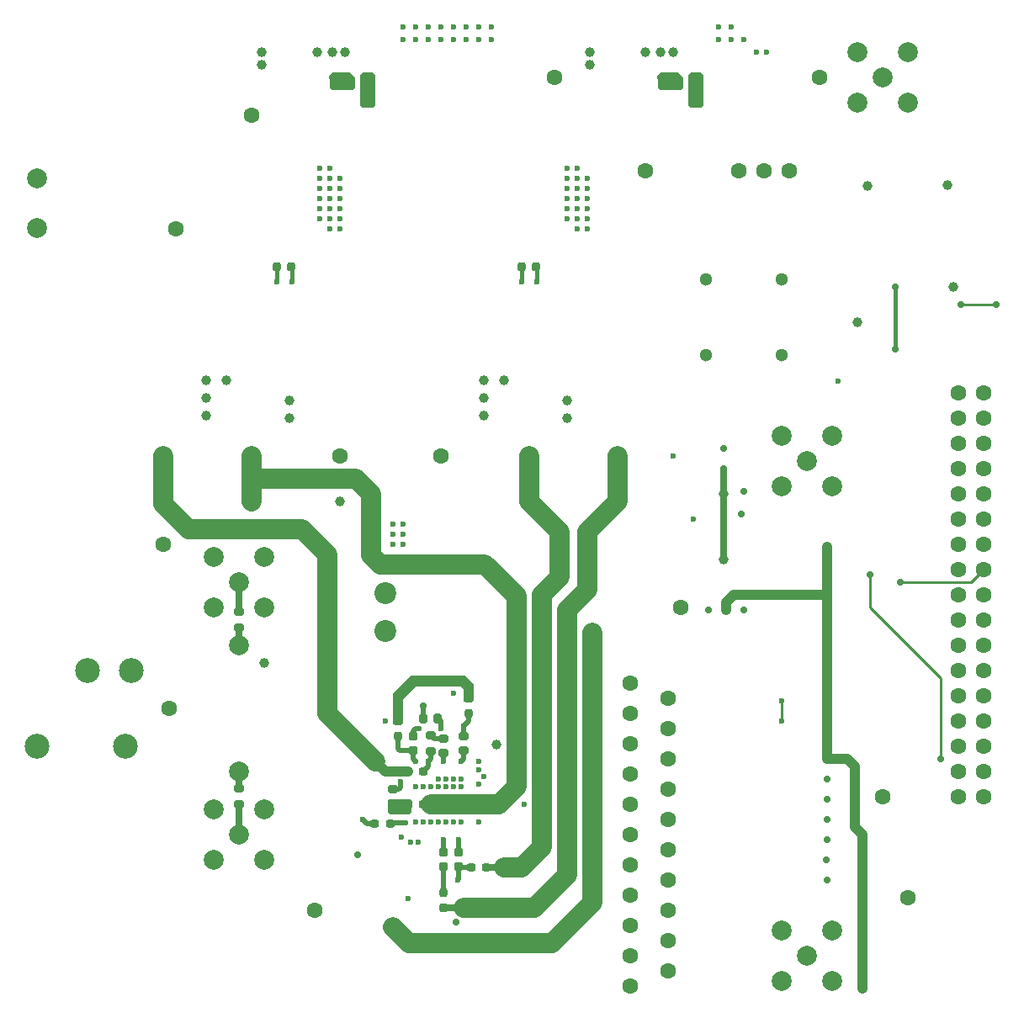
<source format=gbl>
%FSTAX44Y44*%
%MOMM*%
G71*
G01*
G75*
G04 Layer_Physical_Order=4*
G04 Layer_Color=255*
G04:AMPARAMS|DCode=10|XSize=0.8mm|YSize=1mm|CornerRadius=0.2mm|HoleSize=0mm|Usage=FLASHONLY|Rotation=270.000|XOffset=0mm|YOffset=0mm|HoleType=Round|Shape=RoundedRectangle|*
%AMROUNDEDRECTD10*
21,1,0.8000,0.6000,0,0,270.0*
21,1,0.4000,1.0000,0,0,270.0*
1,1,0.4000,-0.3000,-0.2000*
1,1,0.4000,-0.3000,0.2000*
1,1,0.4000,0.3000,0.2000*
1,1,0.4000,0.3000,-0.2000*
%
%ADD10ROUNDEDRECTD10*%
G04:AMPARAMS|DCode=11|XSize=0.8mm|YSize=1mm|CornerRadius=0.2mm|HoleSize=0mm|Usage=FLASHONLY|Rotation=0.000|XOffset=0mm|YOffset=0mm|HoleType=Round|Shape=RoundedRectangle|*
%AMROUNDEDRECTD11*
21,1,0.8000,0.6000,0,0,0.0*
21,1,0.4000,1.0000,0,0,0.0*
1,1,0.4000,0.2000,-0.3000*
1,1,0.4000,-0.2000,-0.3000*
1,1,0.4000,-0.2000,0.3000*
1,1,0.4000,0.2000,0.3000*
%
%ADD11ROUNDEDRECTD11*%
G04:AMPARAMS|DCode=12|XSize=0.9mm|YSize=0.8mm|CornerRadius=0.2mm|HoleSize=0mm|Usage=FLASHONLY|Rotation=90.000|XOffset=0mm|YOffset=0mm|HoleType=Round|Shape=RoundedRectangle|*
%AMROUNDEDRECTD12*
21,1,0.9000,0.4000,0,0,90.0*
21,1,0.5000,0.8000,0,0,90.0*
1,1,0.4000,0.2000,0.2500*
1,1,0.4000,0.2000,-0.2500*
1,1,0.4000,-0.2000,-0.2500*
1,1,0.4000,-0.2000,0.2500*
%
%ADD12ROUNDEDRECTD12*%
G04:AMPARAMS|DCode=13|XSize=0.45mm|YSize=0.8mm|CornerRadius=0.1125mm|HoleSize=0mm|Usage=FLASHONLY|Rotation=180.000|XOffset=0mm|YOffset=0mm|HoleType=Round|Shape=RoundedRectangle|*
%AMROUNDEDRECTD13*
21,1,0.4500,0.5750,0,0,180.0*
21,1,0.2250,0.8000,0,0,180.0*
1,1,0.2250,-0.1125,0.2875*
1,1,0.2250,0.1125,0.2875*
1,1,0.2250,0.1125,-0.2875*
1,1,0.2250,-0.1125,-0.2875*
%
%ADD13ROUNDEDRECTD13*%
G04:AMPARAMS|DCode=14|XSize=1mm|YSize=0.8mm|CornerRadius=0.2mm|HoleSize=0mm|Usage=FLASHONLY|Rotation=180.000|XOffset=0mm|YOffset=0mm|HoleType=Round|Shape=RoundedRectangle|*
%AMROUNDEDRECTD14*
21,1,1.0000,0.4000,0,0,180.0*
21,1,0.6000,0.8000,0,0,180.0*
1,1,0.4000,-0.3000,0.2000*
1,1,0.4000,0.3000,0.2000*
1,1,0.4000,0.3000,-0.2000*
1,1,0.4000,-0.3000,-0.2000*
%
%ADD14ROUNDEDRECTD14*%
G04:AMPARAMS|DCode=15|XSize=1.9mm|YSize=0.4mm|CornerRadius=0.1mm|HoleSize=0mm|Usage=FLASHONLY|Rotation=180.000|XOffset=0mm|YOffset=0mm|HoleType=Round|Shape=RoundedRectangle|*
%AMROUNDEDRECTD15*
21,1,1.9000,0.2000,0,0,180.0*
21,1,1.7000,0.4000,0,0,180.0*
1,1,0.2000,-0.8500,0.1000*
1,1,0.2000,0.8500,0.1000*
1,1,0.2000,0.8500,-0.1000*
1,1,0.2000,-0.8500,-0.1000*
%
%ADD15ROUNDEDRECTD15*%
G04:AMPARAMS|DCode=16|XSize=0.8mm|YSize=0.85mm|CornerRadius=0.2mm|HoleSize=0mm|Usage=FLASHONLY|Rotation=90.000|XOffset=0mm|YOffset=0mm|HoleType=Round|Shape=RoundedRectangle|*
%AMROUNDEDRECTD16*
21,1,0.8000,0.4500,0,0,90.0*
21,1,0.4000,0.8500,0,0,90.0*
1,1,0.4000,0.2250,0.2000*
1,1,0.4000,0.2250,-0.2000*
1,1,0.4000,-0.2250,-0.2000*
1,1,0.4000,-0.2250,0.2000*
%
%ADD16ROUNDEDRECTD16*%
G04:AMPARAMS|DCode=17|XSize=1.6mm|YSize=1.3mm|CornerRadius=0.325mm|HoleSize=0mm|Usage=FLASHONLY|Rotation=0.000|XOffset=0mm|YOffset=0mm|HoleType=Round|Shape=RoundedRectangle|*
%AMROUNDEDRECTD17*
21,1,1.6000,0.6500,0,0,0.0*
21,1,0.9500,1.3000,0,0,0.0*
1,1,0.6500,0.4750,-0.3250*
1,1,0.6500,-0.4750,-0.3250*
1,1,0.6500,-0.4750,0.3250*
1,1,0.6500,0.4750,0.3250*
%
%ADD17ROUNDEDRECTD17*%
G04:AMPARAMS|DCode=18|XSize=2mm|YSize=1.6mm|CornerRadius=0.4mm|HoleSize=0mm|Usage=FLASHONLY|Rotation=90.000|XOffset=0mm|YOffset=0mm|HoleType=Round|Shape=RoundedRectangle|*
%AMROUNDEDRECTD18*
21,1,2.0000,0.8000,0,0,90.0*
21,1,1.2000,1.6000,0,0,90.0*
1,1,0.8000,0.4000,0.6000*
1,1,0.8000,0.4000,-0.6000*
1,1,0.8000,-0.4000,-0.6000*
1,1,0.8000,-0.4000,0.6000*
%
%ADD18ROUNDEDRECTD18*%
G04:AMPARAMS|DCode=19|XSize=2mm|YSize=2.6mm|CornerRadius=0.5mm|HoleSize=0mm|Usage=FLASHONLY|Rotation=90.000|XOffset=0mm|YOffset=0mm|HoleType=Round|Shape=RoundedRectangle|*
%AMROUNDEDRECTD19*
21,1,2.0000,1.6000,0,0,90.0*
21,1,1.0000,2.6000,0,0,90.0*
1,1,1.0000,0.8000,0.5000*
1,1,1.0000,0.8000,-0.5000*
1,1,1.0000,-0.8000,-0.5000*
1,1,1.0000,-0.8000,0.5000*
%
%ADD19ROUNDEDRECTD19*%
G04:AMPARAMS|DCode=20|XSize=1.25mm|YSize=1mm|CornerRadius=0.25mm|HoleSize=0mm|Usage=FLASHONLY|Rotation=180.000|XOffset=0mm|YOffset=0mm|HoleType=Round|Shape=RoundedRectangle|*
%AMROUNDEDRECTD20*
21,1,1.2500,0.5000,0,0,180.0*
21,1,0.7500,1.0000,0,0,180.0*
1,1,0.5000,-0.3750,0.2500*
1,1,0.5000,0.3750,0.2500*
1,1,0.5000,0.3750,-0.2500*
1,1,0.5000,-0.3750,-0.2500*
%
%ADD20ROUNDEDRECTD20*%
G04:AMPARAMS|DCode=21|XSize=1.8mm|YSize=2.8mm|CornerRadius=0.18mm|HoleSize=0mm|Usage=FLASHONLY|Rotation=90.000|XOffset=0mm|YOffset=0mm|HoleType=Round|Shape=RoundedRectangle|*
%AMROUNDEDRECTD21*
21,1,1.8000,2.4400,0,0,90.0*
21,1,1.4400,2.8000,0,0,90.0*
1,1,0.3600,1.2200,0.7200*
1,1,0.3600,1.2200,-0.7200*
1,1,0.3600,-1.2200,-0.7200*
1,1,0.3600,-1.2200,0.7200*
%
%ADD21ROUNDEDRECTD21*%
G04:AMPARAMS|DCode=22|XSize=0.7mm|YSize=1mm|CornerRadius=0.175mm|HoleSize=0mm|Usage=FLASHONLY|Rotation=270.000|XOffset=0mm|YOffset=0mm|HoleType=Round|Shape=RoundedRectangle|*
%AMROUNDEDRECTD22*
21,1,0.7000,0.6500,0,0,270.0*
21,1,0.3500,1.0000,0,0,270.0*
1,1,0.3500,-0.3250,-0.1750*
1,1,0.3500,-0.3250,0.1750*
1,1,0.3500,0.3250,0.1750*
1,1,0.3500,0.3250,-0.1750*
%
%ADD22ROUNDEDRECTD22*%
G04:AMPARAMS|DCode=23|XSize=2mm|YSize=1.6mm|CornerRadius=0.4mm|HoleSize=0mm|Usage=FLASHONLY|Rotation=0.000|XOffset=0mm|YOffset=0mm|HoleType=Round|Shape=RoundedRectangle|*
%AMROUNDEDRECTD23*
21,1,2.0000,0.8000,0,0,0.0*
21,1,1.2000,1.6000,0,0,0.0*
1,1,0.8000,0.6000,-0.4000*
1,1,0.8000,-0.6000,-0.4000*
1,1,0.8000,-0.6000,0.4000*
1,1,0.8000,0.6000,0.4000*
%
%ADD23ROUNDEDRECTD23*%
G04:AMPARAMS|DCode=24|XSize=2mm|YSize=2.6mm|CornerRadius=0.5mm|HoleSize=0mm|Usage=FLASHONLY|Rotation=0.000|XOffset=0mm|YOffset=0mm|HoleType=Round|Shape=RoundedRectangle|*
%AMROUNDEDRECTD24*
21,1,2.0000,1.6000,0,0,0.0*
21,1,1.0000,2.6000,0,0,0.0*
1,1,1.0000,0.5000,-0.8000*
1,1,1.0000,-0.5000,-0.8000*
1,1,1.0000,-0.5000,0.8000*
1,1,1.0000,0.5000,0.8000*
%
%ADD24ROUNDEDRECTD24*%
G04:AMPARAMS|DCode=25|XSize=2.4mm|YSize=3mm|CornerRadius=0.24mm|HoleSize=0mm|Usage=FLASHONLY|Rotation=270.000|XOffset=0mm|YOffset=0mm|HoleType=Round|Shape=RoundedRectangle|*
%AMROUNDEDRECTD25*
21,1,2.4000,2.5200,0,0,270.0*
21,1,1.9200,3.0000,0,0,270.0*
1,1,0.4800,-1.2600,-0.9600*
1,1,0.4800,-1.2600,0.9600*
1,1,0.4800,1.2600,0.9600*
1,1,0.4800,1.2600,-0.9600*
%
%ADD25ROUNDEDRECTD25*%
G04:AMPARAMS|DCode=26|XSize=2.65mm|YSize=1.75mm|CornerRadius=0.4375mm|HoleSize=0mm|Usage=FLASHONLY|Rotation=180.000|XOffset=0mm|YOffset=0mm|HoleType=Round|Shape=RoundedRectangle|*
%AMROUNDEDRECTD26*
21,1,2.6500,0.8750,0,0,180.0*
21,1,1.7750,1.7500,0,0,180.0*
1,1,0.8750,-0.8875,0.4375*
1,1,0.8750,0.8875,0.4375*
1,1,0.8750,0.8875,-0.4375*
1,1,0.8750,-0.8875,-0.4375*
%
%ADD26ROUNDEDRECTD26*%
G04:AMPARAMS|DCode=27|XSize=1.8mm|YSize=2.8mm|CornerRadius=0.18mm|HoleSize=0mm|Usage=FLASHONLY|Rotation=180.000|XOffset=0mm|YOffset=0mm|HoleType=Round|Shape=RoundedRectangle|*
%AMROUNDEDRECTD27*
21,1,1.8000,2.4400,0,0,180.0*
21,1,1.4400,2.8000,0,0,180.0*
1,1,0.3600,-0.7200,1.2200*
1,1,0.3600,0.7200,1.2200*
1,1,0.3600,0.7200,-1.2200*
1,1,0.3600,-0.7200,-1.2200*
%
%ADD27ROUNDEDRECTD27*%
G04:AMPARAMS|DCode=28|XSize=1.25mm|YSize=1mm|CornerRadius=0.25mm|HoleSize=0mm|Usage=FLASHONLY|Rotation=90.000|XOffset=0mm|YOffset=0mm|HoleType=Round|Shape=RoundedRectangle|*
%AMROUNDEDRECTD28*
21,1,1.2500,0.5000,0,0,90.0*
21,1,0.7500,1.0000,0,0,90.0*
1,1,0.5000,0.2500,0.3750*
1,1,0.5000,0.2500,-0.3750*
1,1,0.5000,-0.2500,-0.3750*
1,1,0.5000,-0.2500,0.3750*
%
%ADD28ROUNDEDRECTD28*%
%ADD29O,0.4000X1.9000*%
G04:AMPARAMS|DCode=30|XSize=0.9mm|YSize=0.8mm|CornerRadius=0.2mm|HoleSize=0mm|Usage=FLASHONLY|Rotation=180.000|XOffset=0mm|YOffset=0mm|HoleType=Round|Shape=RoundedRectangle|*
%AMROUNDEDRECTD30*
21,1,0.9000,0.4000,0,0,180.0*
21,1,0.5000,0.8000,0,0,180.0*
1,1,0.4000,-0.2500,0.2000*
1,1,0.4000,0.2500,0.2000*
1,1,0.4000,0.2500,-0.2000*
1,1,0.4000,-0.2500,-0.2000*
%
%ADD30ROUNDEDRECTD30*%
G04:AMPARAMS|DCode=31|XSize=0.7mm|YSize=1mm|CornerRadius=0.175mm|HoleSize=0mm|Usage=FLASHONLY|Rotation=0.000|XOffset=0mm|YOffset=0mm|HoleType=Round|Shape=RoundedRectangle|*
%AMROUNDEDRECTD31*
21,1,0.7000,0.6500,0,0,0.0*
21,1,0.3500,1.0000,0,0,0.0*
1,1,0.3500,0.1750,-0.3250*
1,1,0.3500,-0.1750,-0.3250*
1,1,0.3500,-0.1750,0.3250*
1,1,0.3500,0.1750,0.3250*
%
%ADD31ROUNDEDRECTD31*%
G04:AMPARAMS|DCode=32|XSize=0.8mm|YSize=0.85mm|CornerRadius=0.2mm|HoleSize=0mm|Usage=FLASHONLY|Rotation=180.000|XOffset=0mm|YOffset=0mm|HoleType=Round|Shape=RoundedRectangle|*
%AMROUNDEDRECTD32*
21,1,0.8000,0.4500,0,0,180.0*
21,1,0.4000,0.8500,0,0,180.0*
1,1,0.4000,-0.2000,0.2250*
1,1,0.4000,0.2000,0.2250*
1,1,0.4000,0.2000,-0.2250*
1,1,0.4000,-0.2000,-0.2250*
%
%ADD32ROUNDEDRECTD32*%
G04:AMPARAMS|DCode=33|XSize=0.6mm|YSize=2.2mm|CornerRadius=0.15mm|HoleSize=0mm|Usage=FLASHONLY|Rotation=0.000|XOffset=0mm|YOffset=0mm|HoleType=Round|Shape=RoundedRectangle|*
%AMROUNDEDRECTD33*
21,1,0.6000,1.9000,0,0,0.0*
21,1,0.3000,2.2000,0,0,0.0*
1,1,0.3000,0.1500,-0.9500*
1,1,0.3000,-0.1500,-0.9500*
1,1,0.3000,-0.1500,0.9500*
1,1,0.3000,0.1500,0.9500*
%
%ADD33ROUNDEDRECTD33*%
G04:AMPARAMS|DCode=34|XSize=2.2mm|YSize=2.8mm|CornerRadius=0.33mm|HoleSize=0mm|Usage=FLASHONLY|Rotation=90.000|XOffset=0mm|YOffset=0mm|HoleType=Round|Shape=RoundedRectangle|*
%AMROUNDEDRECTD34*
21,1,2.2000,2.1400,0,0,90.0*
21,1,1.5400,2.8000,0,0,90.0*
1,1,0.6600,1.0700,0.7700*
1,1,0.6600,1.0700,-0.7700*
1,1,0.6600,-1.0700,-0.7700*
1,1,0.6600,-1.0700,0.7700*
%
%ADD34ROUNDEDRECTD34*%
G04:AMPARAMS|DCode=35|XSize=1mm|YSize=0.8mm|CornerRadius=0.2mm|HoleSize=0mm|Usage=FLASHONLY|Rotation=90.000|XOffset=0mm|YOffset=0mm|HoleType=Round|Shape=RoundedRectangle|*
%AMROUNDEDRECTD35*
21,1,1.0000,0.4000,0,0,90.0*
21,1,0.6000,0.8000,0,0,90.0*
1,1,0.4000,0.2000,0.3000*
1,1,0.4000,0.2000,-0.3000*
1,1,0.4000,-0.2000,-0.3000*
1,1,0.4000,-0.2000,0.3000*
%
%ADD35ROUNDEDRECTD35*%
G04:AMPARAMS|DCode=36|XSize=0.5mm|YSize=0.65mm|CornerRadius=0.125mm|HoleSize=0mm|Usage=FLASHONLY|Rotation=180.000|XOffset=0mm|YOffset=0mm|HoleType=Round|Shape=RoundedRectangle|*
%AMROUNDEDRECTD36*
21,1,0.5000,0.4000,0,0,180.0*
21,1,0.2500,0.6500,0,0,180.0*
1,1,0.2500,-0.1250,0.2000*
1,1,0.2500,0.1250,0.2000*
1,1,0.2500,0.1250,-0.2000*
1,1,0.2500,-0.1250,-0.2000*
%
%ADD36ROUNDEDRECTD36*%
G04:AMPARAMS|DCode=37|XSize=0.3mm|YSize=1.9mm|CornerRadius=0.075mm|HoleSize=0mm|Usage=FLASHONLY|Rotation=270.000|XOffset=0mm|YOffset=0mm|HoleType=Round|Shape=RoundedRectangle|*
%AMROUNDEDRECTD37*
21,1,0.3000,1.7500,0,0,270.0*
21,1,0.1500,1.9000,0,0,270.0*
1,1,0.1500,-0.8750,-0.0750*
1,1,0.1500,-0.8750,0.0750*
1,1,0.1500,0.8750,0.0750*
1,1,0.1500,0.8750,-0.0750*
%
%ADD37ROUNDEDRECTD37*%
G04:AMPARAMS|DCode=38|XSize=0.3mm|YSize=1.9mm|CornerRadius=0.075mm|HoleSize=0mm|Usage=FLASHONLY|Rotation=180.000|XOffset=0mm|YOffset=0mm|HoleType=Round|Shape=RoundedRectangle|*
%AMROUNDEDRECTD38*
21,1,0.3000,1.7500,0,0,180.0*
21,1,0.1500,1.9000,0,0,180.0*
1,1,0.1500,-0.0750,0.8750*
1,1,0.1500,0.0750,0.8750*
1,1,0.1500,0.0750,-0.8750*
1,1,0.1500,-0.0750,-0.8750*
%
%ADD38ROUNDEDRECTD38*%
G04:AMPARAMS|DCode=39|XSize=6mm|YSize=6mm|CornerRadius=0.3mm|HoleSize=0mm|Usage=FLASHONLY|Rotation=270.000|XOffset=0mm|YOffset=0mm|HoleType=Round|Shape=RoundedRectangle|*
%AMROUNDEDRECTD39*
21,1,6.0000,5.4000,0,0,270.0*
21,1,5.4000,6.0000,0,0,270.0*
1,1,0.6000,-2.7000,-2.7000*
1,1,0.6000,-2.7000,2.7000*
1,1,0.6000,2.7000,2.7000*
1,1,0.6000,2.7000,-2.7000*
%
%ADD39ROUNDEDRECTD39*%
%ADD40C,0.3000*%
%ADD41C,0.2540*%
%ADD42C,1.0000*%
%ADD43C,0.4000*%
%ADD44C,0.7000*%
%ADD45C,0.5000*%
%ADD46C,0.2500*%
%ADD47C,0.2000*%
%ADD48C,2.0000*%
%ADD49C,1.6000*%
%ADD50C,2.5000*%
%ADD51C,2.0000*%
%ADD52C,1.3000*%
%ADD53C,2.2000*%
%ADD54C,0.6000*%
%ADD55C,1.0000*%
%ADD56C,0.7000*%
%ADD57C,1.0160*%
%ADD58C,2.0160*%
G04:AMPARAMS|DCode=59|XSize=2.524mm|YSize=2.524mm|CornerRadius=0mm|HoleSize=0mm|Usage=FLASHONLY|Rotation=0.000|XOffset=0mm|YOffset=0mm|HoleType=Round|Shape=Relief|Width=0.254mm|Gap=0.254mm|Entries=4|*
%AMTHD59*
7,0,0,2.5240,2.0160,0.2540,45*
%
%ADD59THD59*%
%ADD60C,2.6160*%
%ADD61C,2.2160*%
%ADD62C,2.6160*%
G04:AMPARAMS|DCode=63|XSize=3.124mm|YSize=3.124mm|CornerRadius=0mm|HoleSize=0mm|Usage=FLASHONLY|Rotation=0.000|XOffset=0mm|YOffset=0mm|HoleType=Round|Shape=Relief|Width=0.254mm|Gap=0.254mm|Entries=4|*
%AMTHD63*
7,0,0,3.1240,2.6160,0.2540,45*
%
%ADD63THD63*%
%ADD64C,2.3160*%
G04:AMPARAMS|DCode=65|XSize=2.824mm|YSize=2.824mm|CornerRadius=0mm|HoleSize=0mm|Usage=FLASHONLY|Rotation=0.000|XOffset=0mm|YOffset=0mm|HoleType=Round|Shape=Relief|Width=0.254mm|Gap=0.254mm|Entries=4|*
%AMTHD65*
7,0,0,2.8240,2.3160,0.2540,45*
%
%ADD65THD65*%
%ADD66C,1.8160*%
G04:AMPARAMS|DCode=67|XSize=2.324mm|YSize=2.324mm|CornerRadius=0mm|HoleSize=0mm|Usage=FLASHONLY|Rotation=0.000|XOffset=0mm|YOffset=0mm|HoleType=Round|Shape=Relief|Width=0.254mm|Gap=0.254mm|Entries=4|*
%AMTHD67*
7,0,0,2.3240,1.8160,0.2540,45*
%
%ADD67THD67*%
%ADD68C,6.0960*%
G04:AMPARAMS|DCode=69|XSize=1.824mm|YSize=1.824mm|CornerRadius=0mm|HoleSize=0mm|Usage=FLASHONLY|Rotation=0.000|XOffset=0mm|YOffset=0mm|HoleType=Round|Shape=Relief|Width=0.254mm|Gap=0.254mm|Entries=4|*
%AMTHD69*
7,0,0,1.8240,1.3160,0.2540,45*
%
%ADD69THD69*%
%ADD70C,1.3160*%
G04:AMPARAMS|DCode=71|XSize=2.124mm|YSize=2.124mm|CornerRadius=0mm|HoleSize=0mm|Usage=FLASHONLY|Rotation=0.000|XOffset=0mm|YOffset=0mm|HoleType=Round|Shape=Relief|Width=0.254mm|Gap=0.254mm|Entries=4|*
%AMTHD71*
7,0,0,2.1240,1.6160,0.2540,45*
%
%ADD71THD71*%
%ADD72C,1.6160*%
G36*
X0081656Y0135504D02*
Y0132456D01*
X0081402Y0132202D01*
X0080386D01*
X0080132Y0132456D01*
Y0135504D01*
X0080386Y0135758D01*
X0081402D01*
X0081656Y0135504D01*
D02*
G37*
G36*
X0091562Y0074163D02*
X0091562Y0072512D01*
X0091435Y0072385D01*
X0090673D01*
X0090546Y0072512D01*
Y0073655D01*
X0090292Y0073909D01*
X008572D01*
X008445Y0072639D01*
Y0070226D01*
X0084323Y0070099D01*
X0083561D01*
X0083434Y0070226D01*
X0083434Y0073274D01*
X0085212Y0075052D01*
X0090673Y0075052D01*
X0091562Y0074163D01*
D02*
G37*
G36*
X0085339Y0062479D02*
Y0061336D01*
X0085085Y0061082D01*
X008318D01*
X0082926Y0061336D01*
Y0062479D01*
X0083053Y0062606D01*
X0085212D01*
X0085339Y0062479D01*
D02*
G37*
G36*
X0112644Y013525D02*
Y0134234D01*
X011239Y013398D01*
X0110358D01*
X0110104Y0134234D01*
Y0135504D01*
X0110358Y0135758D01*
X0112136D01*
X0112644Y013525D01*
D02*
G37*
G36*
X0079624D02*
Y0134234D01*
X007937Y013398D01*
X0077338D01*
X0077084Y0134234D01*
Y0135504D01*
X0077338Y0135758D01*
X0079116D01*
X0079624Y013525D01*
D02*
G37*
G36*
X0114676Y0135504D02*
Y0132456D01*
X0114422Y0132202D01*
X0113406D01*
X0113152Y0132456D01*
Y0135504D01*
X0113406Y0135758D01*
X0114422D01*
X0114676Y0135504D01*
D02*
G37*
D10*
X0087244Y0067394D02*
D03*
Y0068994D02*
D03*
X006794Y006366D02*
D03*
Y006206D02*
D03*
Y008144D02*
D03*
Y007984D02*
D03*
D12*
X0071812Y01162D02*
D03*
X0073212D02*
D03*
X0080578Y0134742D02*
D03*
X0079178D02*
D03*
X009645Y01162D02*
D03*
X009785D02*
D03*
X0113598Y0134742D02*
D03*
X0112198D02*
D03*
D14*
X0083434Y006216D02*
D03*
Y006356D02*
D03*
X0088514Y006864D02*
D03*
Y006724D02*
D03*
X0090546Y0068894D02*
D03*
Y0067494D02*
D03*
D16*
X00912952Y0055748D02*
D03*
X00928448D02*
D03*
X00849452Y00654D02*
D03*
X00864948D02*
D03*
X00831848Y0060102D02*
D03*
X00816352D02*
D03*
X00849452Y0062098D02*
D03*
X00864948D02*
D03*
D30*
X0088514Y005581D02*
D03*
Y005721D02*
D03*
X0090038Y005581D02*
D03*
Y005721D02*
D03*
X0085466Y0067494D02*
D03*
Y0068894D02*
D03*
D32*
X0088514Y00532208D02*
D03*
Y00516712D02*
D03*
X0083942Y00689432D02*
D03*
Y00704928D02*
D03*
X0091054Y00712292D02*
D03*
Y00727788D02*
D03*
D35*
X0086544Y0070734D02*
D03*
X0087944D02*
D03*
D41*
X012255Y007048D02*
Y0072512D01*
X0138552Y006667D02*
Y0074798D01*
X013144Y008191D02*
X0138552Y0074798D01*
X013144Y008191D02*
Y0085212D01*
X0140584Y011239D02*
X014414D01*
X01416Y008445D02*
X014287Y008572D01*
X0134488Y008445D02*
X01416D01*
D42*
X0081656Y0066416D02*
X0082672Y00654D01*
X00849452D01*
X0127122Y008318D02*
Y0088006D01*
Y006667D02*
Y008318D01*
X0117724D02*
X0127122D01*
X0116962Y0082418D02*
X0117724Y008318D01*
X0116962Y0081656D02*
Y0082418D01*
X0129154Y006667D02*
X0129916Y0065908D01*
Y0059812D02*
Y0065908D01*
Y0059812D02*
X0130678Y005905D01*
Y0043556D02*
Y005905D01*
X0127122Y006667D02*
X0129154D01*
D43*
X0096429Y0114676D02*
Y0116179D01*
X0097912Y0114676D02*
Y0116138D01*
X0073274Y0114676D02*
Y0116138D01*
X0071791Y0114676D02*
Y0116179D01*
X013398Y0107872D02*
Y0114168D01*
D44*
X0085593Y0074417D02*
X0090419D01*
X0091054Y0073782D01*
Y00727916D02*
Y0073782D01*
X0083942Y0072766D02*
X0085593Y0074417D01*
X0083942Y00704928D02*
Y0072766D01*
X0088514Y00516712D02*
X00905332D01*
X00928448Y0055748D02*
X009461D01*
X0116708Y0086736D02*
Y009588D01*
X006794Y005905D02*
Y006206D01*
Y00654D02*
X006794Y00654D01*
X006794Y006366D02*
Y00654D01*
Y008144D02*
Y008445D01*
Y00781D02*
Y007984D01*
D45*
X0090038Y005581D02*
X00901Y0055748D01*
X00912952D01*
X0090038Y0054506D02*
Y005581D01*
Y005721D02*
Y0058542D01*
X0088514Y005721D02*
Y0058542D01*
X0084196Y0063749D02*
Y0064384D01*
X0084007Y006356D02*
X0084196Y0063749D01*
X0083434Y006356D02*
X0084007D01*
X00831848Y0060102D02*
X00832758Y0060193D01*
X0084704D01*
X0085466Y006667D02*
X008572Y0066416D01*
X00848832Y006216D02*
X00849452Y0062098D01*
X0083434Y006216D02*
X00848832D01*
X0088514Y0066416D02*
X0088514Y0066416D01*
X0088514Y0066416D02*
Y006724D01*
X0090292Y0066416D02*
X0090546Y006667D01*
Y0067494D01*
X0085466Y006667D02*
Y0067494D01*
X0080386Y0060574D02*
X0080858Y0060102D01*
X00816352D01*
X00864948Y00654D02*
X008699Y00658952D01*
Y0066416D01*
X0087244Y006667D01*
Y0067394D01*
X0087944Y0070734D02*
X008826Y0070418D01*
Y0069718D02*
Y0070418D01*
X0086482Y0070796D02*
Y0072004D01*
X008572Y0069718D02*
X0086101D01*
X0085466Y0069464D02*
X008572Y0069718D01*
X0085466Y0068894D02*
Y0069464D01*
X0084134Y0067494D02*
X0085466D01*
X0083942Y0067686D02*
X0084134Y0067494D01*
X0083942Y0067686D02*
Y00689432D01*
X0087598Y006864D02*
X0088514D01*
X0087244Y0068994D02*
X0087598Y006864D01*
X0090546Y0069972D02*
X0091054Y007048D01*
Y00712292D01*
X0090546Y0068894D02*
Y0069972D01*
X0088514Y00532208D02*
Y0054478D01*
X0088514Y0054478D02*
X0088514Y0054478D01*
X0088514Y0054478D02*
Y005581D01*
X0110358Y013525D02*
X0110866Y0134742D01*
X0112198D01*
X0113598Y013328D02*
Y0134742D01*
Y013328D02*
X0114168Y013271D01*
X0080578Y013328D02*
X0081148Y013271D01*
X0080578Y013328D02*
Y0134742D01*
X0077846D02*
X0079178D01*
X0077338Y013525D02*
X0077846Y0134742D01*
D48*
X0092705Y0086228D02*
X009588Y0083053D01*
X0082164Y0086228D02*
X0092705D01*
X0081275Y0087117D02*
X0082164Y0086228D01*
X0081275Y0087117D02*
Y009334D01*
X006286Y0089784D02*
X007429D01*
X006032Y0092324D02*
X006286Y0089784D01*
X006032Y0092324D02*
Y0092578D01*
X007683Y0071242D02*
Y0087244D01*
X007429Y0089784D02*
X007683Y0087244D01*
Y0071242D02*
X0081656Y0066416D01*
X006032Y0092578D02*
Y009715D01*
Y0092578D02*
X006032Y0092578D01*
X0079751Y0094864D02*
X0081275Y009334D01*
X006921Y0094864D02*
X0079751D01*
X006921D02*
Y009715D01*
Y0092578D02*
Y0094864D01*
X009588Y0063876D02*
Y0083053D01*
X0094102Y0062098D02*
X009588Y0063876D01*
X0087244Y0062098D02*
X0094102D01*
X009842Y0067305D02*
Y008318D01*
Y005778D02*
Y0067305D01*
X009715Y0092578D02*
X0100198Y008953D01*
Y0084958D02*
Y008953D01*
X009842Y008318D02*
X0100198Y0084958D01*
X0102992Y008953D02*
X010604Y0092578D01*
X0102992Y0083688D02*
Y008953D01*
X010096Y0081656D02*
X0102992Y0083688D01*
X010096Y0054986D02*
Y0081656D01*
X010604Y009715D02*
X010604Y009715D01*
Y0092578D02*
Y009715D01*
X009715Y0092578D02*
Y009715D01*
Y0092578D02*
X009715Y0092578D01*
X01035Y0052192D02*
Y007937D01*
X0099436Y0048128D02*
X01035Y0052192D01*
X0085056Y0048128D02*
X0099436D01*
X0083434Y004975D02*
X0085056Y0048128D01*
X00976452Y00516712D02*
X010096Y0054986D01*
X00905332Y00516712D02*
X00976452D01*
X0096388Y0055748D02*
X009842Y005778D01*
X009461Y0055748D02*
X0096388D01*
D49*
X014287Y00654D02*
D03*
Y006794D02*
D03*
Y007048D02*
D03*
Y007302D02*
D03*
Y007556D02*
D03*
Y00781D02*
D03*
Y006286D02*
D03*
Y01035D02*
D03*
Y010096D02*
D03*
Y009842D02*
D03*
Y009588D02*
D03*
Y009334D02*
D03*
Y00908D02*
D03*
Y008826D02*
D03*
Y008572D02*
D03*
Y008318D02*
D03*
Y008064D02*
D03*
X014033D02*
D03*
Y008318D02*
D03*
Y008572D02*
D03*
Y008826D02*
D03*
Y00908D02*
D03*
Y009334D02*
D03*
Y009588D02*
D03*
Y009842D02*
D03*
Y010096D02*
D03*
Y01035D02*
D03*
Y006286D02*
D03*
Y00781D02*
D03*
Y007556D02*
D03*
Y007302D02*
D03*
Y007048D02*
D03*
Y006794D02*
D03*
Y00654D02*
D03*
X0108834Y0125852D02*
D03*
X006096Y007175D02*
D03*
X0123312Y0125852D02*
D03*
X0118232D02*
D03*
X0120772D02*
D03*
X012636Y013525D02*
D03*
X009969Y013525D02*
D03*
X006921Y013144D02*
D03*
X006159Y012001D02*
D03*
X009715Y009715D02*
D03*
X010604D02*
D03*
X008826Y009715D02*
D03*
X00781D02*
D03*
X006921D02*
D03*
X006032D02*
D03*
Y008826D02*
D03*
X007556Y005143D02*
D03*
X011239Y008191D02*
D03*
X013271Y006286D02*
D03*
X013525Y00527D02*
D03*
X010731Y004381D02*
D03*
X011112Y0045334D02*
D03*
X010731Y0056002D02*
D03*
Y0049906D02*
D03*
Y0065146D02*
D03*
Y007429D02*
D03*
Y0071242D02*
D03*
Y0062098D02*
D03*
Y0046858D02*
D03*
Y0052954D02*
D03*
Y0068194D02*
D03*
Y005905D02*
D03*
X011112Y0057526D02*
D03*
Y0048382D02*
D03*
Y0069718D02*
D03*
Y0060574D02*
D03*
Y006667D02*
D03*
Y005143D02*
D03*
Y0063622D02*
D03*
Y0072766D02*
D03*
Y0054478D02*
D03*
D50*
X0057145Y007556D02*
D03*
X00527D02*
D03*
X005651Y006794D02*
D03*
X004762D02*
D03*
D51*
X004762Y012505D02*
D03*
Y012005D02*
D03*
X013017Y013271D02*
D03*
Y013779D02*
D03*
X013525D02*
D03*
Y013271D02*
D03*
X013271Y013525D02*
D03*
X012255Y0094102D02*
D03*
Y0099182D02*
D03*
X012763D02*
D03*
Y0094102D02*
D03*
X012509Y0096642D02*
D03*
X00654Y008191D02*
D03*
Y008699D02*
D03*
X007048D02*
D03*
Y008191D02*
D03*
X006794Y008445D02*
D03*
X00654Y005651D02*
D03*
Y006159D02*
D03*
X007048D02*
D03*
Y005651D02*
D03*
X006794Y005905D02*
D03*
X012255Y0044318D02*
D03*
Y0049398D02*
D03*
X012763D02*
D03*
Y0044318D02*
D03*
X012509Y0046858D02*
D03*
X006794Y00781D02*
D03*
Y00654D02*
D03*
D52*
X011493Y010731D02*
D03*
X012255D02*
D03*
X011493Y011493D02*
D03*
X012255D02*
D03*
D53*
X0082672Y0079497D02*
D03*
Y0083307D02*
D03*
D54*
X0121026Y013779D02*
D03*
X012001D02*
D03*
X011874Y013906D02*
D03*
X011747D02*
D03*
X01162D02*
D03*
X011747Y014033D02*
D03*
X01162D02*
D03*
X009334D02*
D03*
X009207D02*
D03*
X00908D02*
D03*
X008953D02*
D03*
X008826D02*
D03*
X008699D02*
D03*
X008572D02*
D03*
X008445D02*
D03*
Y013906D02*
D03*
X008572D02*
D03*
X008699D02*
D03*
X008826D02*
D03*
X008953D02*
D03*
X00908D02*
D03*
X009207D02*
D03*
X009334D02*
D03*
X012255Y0072512D02*
D03*
Y007048D02*
D03*
X0102992Y0124074D02*
D03*
Y012509D02*
D03*
Y012001D02*
D03*
Y0121026D02*
D03*
Y0122042D02*
D03*
Y0123058D02*
D03*
X0101976Y012509D02*
D03*
Y0124074D02*
D03*
Y0123058D02*
D03*
Y0122042D02*
D03*
Y0121026D02*
D03*
Y012001D02*
D03*
X010096Y012509D02*
D03*
Y0124074D02*
D03*
Y0123058D02*
D03*
Y0122042D02*
D03*
Y0121026D02*
D03*
Y0126106D02*
D03*
X0101976D02*
D03*
X0077084D02*
D03*
X0076068D02*
D03*
Y0121026D02*
D03*
Y0122042D02*
D03*
Y0123058D02*
D03*
Y0124074D02*
D03*
Y012509D02*
D03*
X0077084Y012001D02*
D03*
Y0121026D02*
D03*
Y0122042D02*
D03*
Y0123058D02*
D03*
Y0124074D02*
D03*
Y012509D02*
D03*
X00781D02*
D03*
Y0124074D02*
D03*
Y0123058D02*
D03*
Y0122042D02*
D03*
Y0121026D02*
D03*
Y012001D02*
D03*
X0097912Y0114676D02*
D03*
X0096429D02*
D03*
X0071791D02*
D03*
X0073274D02*
D03*
X012825Y0104658D02*
D03*
X0111628Y009715D02*
D03*
X011366Y00908D02*
D03*
X0096642Y0062098D02*
D03*
X009207Y006032D02*
D03*
Y006413D02*
D03*
X0092578Y0064892D02*
D03*
X0085212Y0058288D02*
D03*
X0085974D02*
D03*
X0090038Y0058542D02*
D03*
X0088514D02*
D03*
X008953Y006032D02*
D03*
X0088768D02*
D03*
X0088006D02*
D03*
X0090292D02*
D03*
X008572D02*
D03*
X0086482D02*
D03*
X0087244D02*
D03*
Y0063876D02*
D03*
X0086482D02*
D03*
X008572D02*
D03*
X0090292D02*
D03*
X0088006D02*
D03*
Y0064638D02*
D03*
X0088768D02*
D03*
Y0063876D02*
D03*
X008953Y0064638D02*
D03*
Y0063876D02*
D03*
X0090292Y0064638D02*
D03*
X008445Y008826D02*
D03*
X0083434D02*
D03*
Y0090292D02*
D03*
Y0089276D02*
D03*
X008445D02*
D03*
Y0090292D02*
D03*
X0084196Y0064384D02*
D03*
Y0061336D02*
D03*
X0084704Y0060193D02*
D03*
X0084323Y0058796D02*
D03*
X0080386Y0060574D02*
D03*
X0082672Y007048D02*
D03*
X009001Y0054478D02*
D03*
X0088514D02*
D03*
X0084958Y0052573D02*
D03*
X008572Y0066416D02*
D03*
X0086101Y0069718D02*
D03*
X008953Y0073274D02*
D03*
X009207Y0065527D02*
D03*
X0090292Y0066416D02*
D03*
X0090546Y0069972D02*
D03*
X009207Y0066416D02*
D03*
X008826Y0069718D02*
D03*
X0088514Y0066416D02*
D03*
X008699D02*
D03*
D55*
X0139225Y0124417D02*
D03*
X0131186Y0124328D02*
D03*
X0139822Y0114168D02*
D03*
X007048Y0076322D02*
D03*
X0093848Y0068067D02*
D03*
X009842Y0067305D02*
D03*
X010604Y0092578D02*
D03*
X009715D02*
D03*
X01035Y007937D02*
D03*
X0130678Y0043556D02*
D03*
X0127122Y0088006D02*
D03*
X0116962Y0081656D02*
D03*
X013017Y0110612D02*
D03*
X0116708Y0086736D02*
D03*
Y009334D02*
D03*
X00781Y0092578D02*
D03*
X006921D02*
D03*
X006032D02*
D03*
X009461Y010477D02*
D03*
X0092578D02*
D03*
Y0102992D02*
D03*
Y0101214D02*
D03*
X010096Y010096D02*
D03*
Y0102738D02*
D03*
X007302Y0102738D02*
D03*
Y010096D02*
D03*
X0064638Y0101214D02*
D03*
Y0102992D02*
D03*
Y010477D02*
D03*
X006667D02*
D03*
X0075814Y013779D02*
D03*
X0077338D02*
D03*
X0078608D02*
D03*
X0070226D02*
D03*
Y013652D02*
D03*
X0103246D02*
D03*
Y013779D02*
D03*
X0111628D02*
D03*
X0110358D02*
D03*
X0108834D02*
D03*
X0114168Y013271D02*
D03*
X0081148D02*
D03*
X0127122Y006667D02*
D03*
X0083434Y004975D02*
D03*
D56*
X0086482Y0072004D02*
D03*
X0079878Y0057018D02*
D03*
X011874Y0081656D02*
D03*
X0115184D02*
D03*
X0116708Y0097912D02*
D03*
X011874Y0093594D02*
D03*
X013398Y0114168D02*
D03*
Y0107872D02*
D03*
X0118486Y0091308D02*
D03*
X0110358Y013525D02*
D03*
X0077338D02*
D03*
X014414Y011239D02*
D03*
X0140584D02*
D03*
X0127122Y0054478D02*
D03*
X0127084Y005651D02*
D03*
X0127122Y0058542D02*
D03*
Y0060574D02*
D03*
Y0062606D02*
D03*
Y0064638D02*
D03*
X0134488Y008445D02*
D03*
X0089784Y0050222D02*
D03*
X0138552Y006667D02*
D03*
X013144Y0085212D02*
D03*
M02*

</source>
